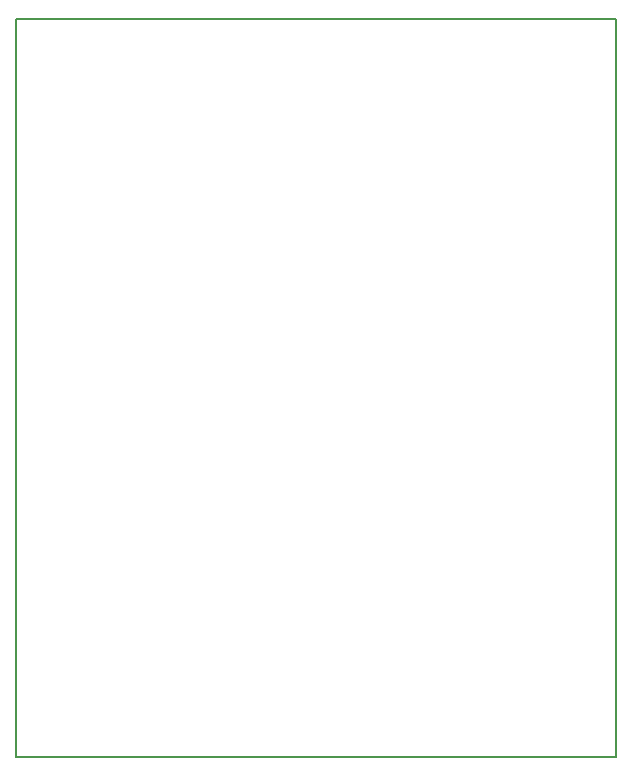
<source format=gbr>
G04 #@! TF.FileFunction,Other,User*
%FSLAX46Y46*%
G04 Gerber Fmt 4.6, Leading zero omitted, Abs format (unit mm)*
G04 Created by KiCad (PCBNEW 4.0.6) date 06/01/17 22:28:01*
%MOMM*%
%LPD*%
G01*
G04 APERTURE LIST*
%ADD10C,0.025400*%
%ADD11C,0.200000*%
G04 APERTURE END LIST*
D10*
D11*
X50800000Y62496700D02*
X0Y62496700D01*
X50800000Y0D02*
X50800000Y62496700D01*
X0Y0D02*
X50800000Y0D01*
X0Y62496700D02*
X0Y0D01*
M02*

</source>
